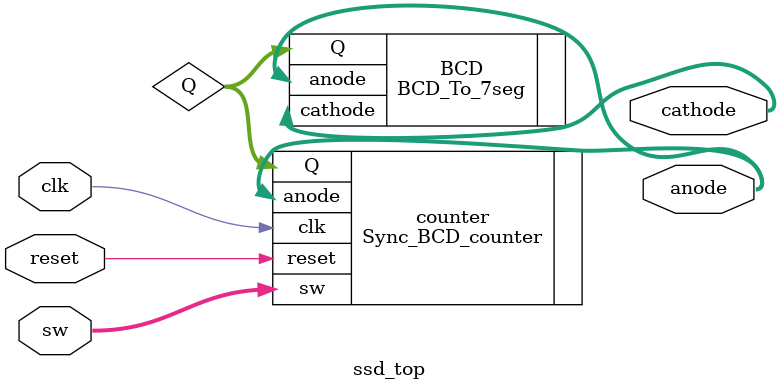
<source format=v>
`timescale 1ns / 1ps

module ssd_top(
    input clk, reset,
    input [15:0] sw,
    output [7:0] cathode,
    output [7:0] anode
    );
    wire [4:0] Q; 
    
    BCD_To_7seg BCD(.Q(Q), .cathode(cathode), .anode(anode));
    Sync_BCD_counter counter(.clk(clk), .reset(reset), .Q(Q), .sw(sw), .anode(anode));   
endmodule

</source>
